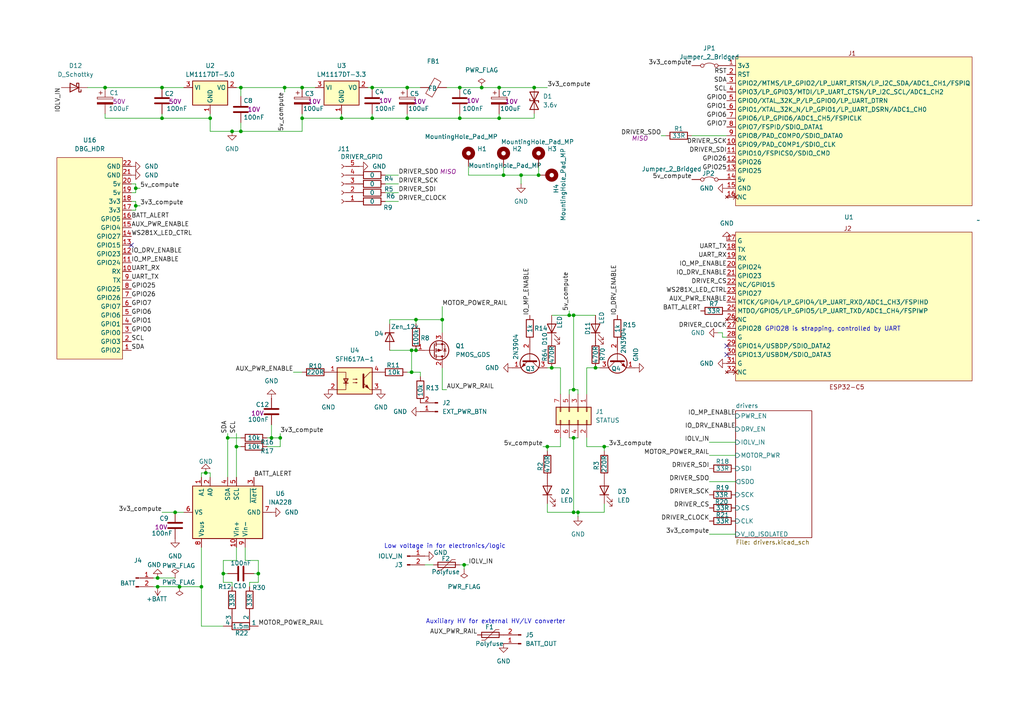
<source format=kicad_sch>
(kicad_sch (version 20250114) (generator "eeschema") (generator_version "9.0")
  (paper "A4")
  (text "Auxiliary HV for external HV/LV converter" (at 143.764 180.34 0) (effects (font (size 1.27 1.27))))
  (text "GPIO28 is strapping, controlled by UART" (at 241.554 95.504 0) (effects (font (size 1.27 1.27))))
  (text "Low voltage in for electronics/logic" (at 129.032 158.496 0) (effects (font (size 1.27 1.27))))
  (junction (at 128.27 92.71))
  (junction (at 166.37 127))
  (junction (at 158.75 129.54))
  (junction (at 99.06 34.29))
  (junction (at 166.37 91.44))
  (junction (at 154.94 25.4))
  (junction (at 39.37 54.61))
  (junction (at 60.96 34.29))
  (junction (at 67.31 38.1))
  (junction (at 160.02 106.68))
  (junction (at 46.99 25.4))
  (junction (at 166.37 113.03))
  (junction (at 39.37 59.69))
  (junction (at 118.11 34.29))
  (junction (at 144.78 25.4))
  (junction (at 69.85 38.1))
  (junction (at 119.38 101.6))
  (junction (at 172.72 106.68))
  (junction (at 133.35 25.4))
  (junction (at 45.72 170.18))
  (junction (at 82.55 25.4))
  (junction (at 134.62 163.83))
  (junction (at 50.8 148.59))
  (junction (at 68.58 129.54))
  (junction (at 119.38 107.95))
  (junction (at 120.65 101.6))
  (junction (at 107.95 25.4))
  (junction (at 64.77 166.37))
  (junction (at 81.28 127))
  (junction (at 59.69 137.16))
  (junction (at 45.72 167.64))
  (junction (at 156.21 50.8))
  (junction (at 46.99 34.29))
  (junction (at 139.7 25.4))
  (junction (at 166.37 148.59))
  (junction (at 87.63 25.4))
  (junction (at 52.07 170.18))
  (junction (at 144.78 34.29))
  (junction (at 87.63 34.29))
  (junction (at 107.95 34.29))
  (junction (at 146.05 50.8))
  (junction (at 120.65 92.71))
  (junction (at 167.64 148.59))
  (junction (at 58.42 170.18))
  (junction (at 78.74 127))
  (junction (at 133.35 34.29))
  (junction (at 69.85 25.4))
  (junction (at 66.04 127))
  (junction (at 118.11 25.4))
  (junction (at 165.1 91.44))
  (junction (at 74.93 166.37))
  (junction (at 151.13 50.8))
  (junction (at 30.48 25.4))
  (junction (at 175.26 129.54))
  (no_connect (at 210.82 100.33))
  (no_connect (at 210.82 102.87))
  (no_connect (at 38.1 71.12))
  (wire (pts (xy 25.4 25.4) (xy 30.48 25.4)))
  (wire (pts (xy 87.63 33.02) (xy 87.63 34.29)))
  (wire (pts (xy 165.1 114.3) (xy 165.1 113.03)))
  (wire (pts (xy 165.1 127) (xy 166.37 127)))
  (wire (pts (xy 170.18 129.54) (xy 175.26 129.54)))
  (wire (pts (xy 111.76 53.34) (xy 115.57 53.34)))
  (wire (pts (xy 205.74 154.94) (xy 213.36 154.94)))
  (wire (pts (xy 111.76 55.88) (xy 115.57 55.88)))
  (wire (pts (xy 133.35 25.4) (xy 139.7 25.4)))
  (wire (pts (xy 154.94 34.29) (xy 144.78 34.29)))
  (wire (pts (xy 162.56 127) (xy 162.56 129.54)))
  (wire (pts (xy 118.11 33.02) (xy 118.11 34.29)))
  (wire (pts (xy 154.94 25.4) (xy 158.75 25.4)))
  (wire (pts (xy 67.31 168.91) (xy 64.77 168.91)))
  (wire (pts (xy 39.37 60.96) (xy 39.37 59.69)))
  (wire (pts (xy 78.74 127) (xy 81.28 127)))
  (wire (pts (xy 107.95 34.29) (xy 118.11 34.29)))
  (wire (pts (xy 66.04 127) (xy 69.85 127)))
  (wire (pts (xy 120.65 92.71) (xy 128.27 92.71)))
  (wire (pts (xy 58.42 158.75) (xy 58.42 170.18)))
  (wire (pts (xy 119.38 107.95) (xy 121.92 107.95)))
  (wire (pts (xy 113.03 101.6) (xy 119.38 101.6)))
  (wire (pts (xy 119.38 107.95) (xy 119.38 101.6)))
  (wire (pts (xy 209.55 96.52) (xy 209.55 97.79)))
  (wire (pts (xy 200.66 39.37) (xy 210.82 39.37)))
  (wire (pts (xy 68.58 129.54) (xy 68.58 138.43)))
  (wire (pts (xy 113.03 92.71) (xy 120.65 92.71)))
  (wire (pts (xy 129.54 113.03) (xy 128.27 113.03)))
  (wire (pts (xy 162.56 129.54) (xy 158.75 129.54)))
  (wire (pts (xy 134.62 163.83) (xy 135.89 163.83)))
  (wire (pts (xy 45.72 167.64) (xy 50.8 167.64)))
  (wire (pts (xy 165.1 113.03) (xy 166.37 113.03)))
  (wire (pts (xy 38.1 55.88) (xy 39.37 55.88)))
  (wire (pts (xy 68.58 125.73) (xy 68.58 129.54)))
  (wire (pts (xy 45.72 170.18) (xy 52.07 170.18)))
  (wire (pts (xy 68.58 162.56) (xy 64.77 162.56)))
  (wire (pts (xy 85.09 107.95) (xy 87.63 107.95)))
  (wire (pts (xy 151.13 53.34) (xy 151.13 50.8)))
  (wire (pts (xy 87.63 34.29) (xy 87.63 38.1)))
  (wire (pts (xy 133.35 163.83) (xy 134.62 163.83)))
  (wire (pts (xy 72.39 170.18) (xy 72.39 168.91)))
  (wire (pts (xy 146.05 50.8) (xy 151.13 50.8)))
  (wire (pts (xy 68.58 25.4) (xy 69.85 25.4)))
  (wire (pts (xy 77.47 127) (xy 78.74 127)))
  (wire (pts (xy 64.77 166.37) (xy 66.04 166.37)))
  (wire (pts (xy 128.27 88.9) (xy 128.27 92.71)))
  (wire (pts (xy 81.28 127) (xy 81.28 125.73)))
  (wire (pts (xy 167.64 114.3) (xy 167.64 113.03)))
  (wire (pts (xy 121.92 109.22) (xy 121.92 107.95)))
  (wire (pts (xy 166.37 91.44) (xy 166.37 113.03)))
  (wire (pts (xy 30.48 34.29) (xy 46.99 34.29)))
  (wire (pts (xy 139.7 25.4) (xy 144.78 25.4)))
  (wire (pts (xy 106.68 25.4) (xy 107.95 25.4)))
  (wire (pts (xy 173.99 106.68) (xy 172.72 106.68)))
  (wire (pts (xy 107.95 25.4) (xy 118.11 25.4)))
  (wire (pts (xy 39.37 58.42) (xy 39.37 59.69)))
  (wire (pts (xy 74.93 168.91) (xy 74.93 166.37)))
  (wire (pts (xy 67.31 38.1) (xy 60.96 38.1)))
  (wire (pts (xy 170.18 127) (xy 170.18 129.54)))
  (wire (pts (xy 135.89 50.8) (xy 146.05 50.8)))
  (wire (pts (xy 39.37 55.88) (xy 39.37 54.61)))
  (wire (pts (xy 205.74 128.27) (xy 213.36 128.27)))
  (wire (pts (xy 125.73 163.83) (xy 123.19 163.83)))
  (wire (pts (xy 58.42 137.16) (xy 58.42 138.43)))
  (wire (pts (xy 167.64 113.03) (xy 166.37 113.03)))
  (wire (pts (xy 99.06 33.02) (xy 99.06 34.29)))
  (wire (pts (xy 82.55 26.67) (xy 82.55 25.4)))
  (wire (pts (xy 81.28 129.54) (xy 81.28 127)))
  (wire (pts (xy 38.1 60.96) (xy 39.37 60.96)))
  (wire (pts (xy 67.31 170.18) (xy 67.31 168.91)))
  (wire (pts (xy 66.04 125.73) (xy 66.04 127)))
  (wire (pts (xy 128.27 106.68) (xy 128.27 113.03)))
  (wire (pts (xy 115.57 58.42) (xy 111.76 58.42)))
  (wire (pts (xy 60.96 38.1) (xy 60.96 34.29)))
  (wire (pts (xy 144.78 25.4) (xy 154.94 25.4)))
  (wire (pts (xy 71.12 162.56) (xy 71.12 158.75)))
  (wire (pts (xy 175.26 146.05) (xy 175.26 148.59)))
  (wire (pts (xy 74.93 166.37) (xy 73.66 166.37)))
  (wire (pts (xy 158.75 146.05) (xy 158.75 148.59)))
  (wire (pts (xy 64.77 168.91) (xy 64.77 166.37)))
  (wire (pts (xy 175.26 129.54) (xy 176.53 129.54)))
  (wire (pts (xy 87.63 25.4) (xy 91.44 25.4)))
  (wire (pts (xy 128.27 92.71) (xy 128.27 96.52)))
  (wire (pts (xy 144.78 34.29) (xy 133.35 34.29)))
  (wire (pts (xy 172.72 106.68) (xy 170.18 106.68)))
  (wire (pts (xy 60.96 33.02) (xy 60.96 34.29)))
  (wire (pts (xy 72.39 168.91) (xy 74.93 168.91)))
  (wire (pts (xy 129.54 25.4) (xy 133.35 25.4)))
  (wire (pts (xy 160.02 91.44) (xy 165.1 91.44)))
  (wire (pts (xy 66.04 127) (xy 66.04 138.43)))
  (wire (pts (xy 118.11 107.95) (xy 119.38 107.95)))
  (wire (pts (xy 120.65 93.98) (xy 120.65 92.71)))
  (wire (pts (xy 111.76 50.8) (xy 115.57 50.8)))
  (wire (pts (xy 69.85 38.1) (xy 87.63 38.1)))
  (wire (pts (xy 134.62 163.83) (xy 134.62 165.1)))
  (wire (pts (xy 158.75 106.68) (xy 160.02 106.68)))
  (wire (pts (xy 82.55 25.4) (xy 87.63 25.4)))
  (wire (pts (xy 74.93 162.56) (xy 74.93 166.37)))
  (wire (pts (xy 205.74 132.08) (xy 213.36 132.08)))
  (wire (pts (xy 60.96 138.43) (xy 60.96 137.16)))
  (wire (pts (xy 50.8 148.59) (xy 53.34 148.59)))
  (wire (pts (xy 209.55 97.79) (xy 210.82 97.79)))
  (wire (pts (xy 46.99 34.29) (xy 46.99 33.02)))
  (wire (pts (xy 166.37 91.44) (xy 172.72 91.44)))
  (wire (pts (xy 167.64 148.59) (xy 167.64 149.86)))
  (wire (pts (xy 44.45 170.18) (xy 45.72 170.18)))
  (wire (pts (xy 133.35 33.02) (xy 133.35 34.29)))
  (wire (pts (xy 118.11 25.4) (xy 121.92 25.4)))
  (wire (pts (xy 205.74 139.7) (xy 213.36 139.7)))
  (wire (pts (xy 68.58 129.54) (xy 69.85 129.54)))
  (wire (pts (xy 113.03 93.98) (xy 113.03 92.71)))
  (wire (pts (xy 119.38 101.6) (xy 120.65 101.6)))
  (wire (pts (xy 165.1 91.44) (xy 166.37 91.44)))
  (wire (pts (xy 78.74 123.19) (xy 78.74 127)))
  (wire (pts (xy 154.94 33.02) (xy 154.94 34.29)))
  (wire (pts (xy 107.95 33.02) (xy 107.95 34.29)))
  (wire (pts (xy 208.28 96.52) (xy 209.55 96.52)))
  (wire (pts (xy 158.75 148.59) (xy 166.37 148.59)))
  (wire (pts (xy 38.1 53.34) (xy 39.37 53.34)))
  (wire (pts (xy 69.85 35.56) (xy 69.85 38.1)))
  (wire (pts (xy 156.21 48.26) (xy 156.21 50.8)))
  (wire (pts (xy 38.1 58.42) (xy 39.37 58.42)))
  (wire (pts (xy 170.18 106.68) (xy 170.18 114.3)))
  (wire (pts (xy 77.47 129.54) (xy 81.28 129.54)))
  (wire (pts (xy 166.37 148.59) (xy 167.64 148.59)))
  (wire (pts (xy 60.96 34.29) (xy 46.99 34.29)))
  (wire (pts (xy 133.35 34.29) (xy 118.11 34.29)))
  (wire (pts (xy 69.85 25.4) (xy 82.55 25.4)))
  (wire (pts (xy 157.48 129.54) (xy 158.75 129.54)))
  (wire (pts (xy 30.48 25.4) (xy 46.99 25.4)))
  (wire (pts (xy 39.37 53.34) (xy 39.37 54.61)))
  (wire (pts (xy 166.37 127) (xy 166.37 148.59)))
  (wire (pts (xy 52.07 170.18) (xy 58.42 170.18)))
  (wire (pts (xy 44.45 167.64) (xy 45.72 167.64)))
  (wire (pts (xy 175.26 148.59) (xy 167.64 148.59)))
  (wire (pts (xy 46.99 25.4) (xy 53.34 25.4)))
  (wire (pts (xy 193.04 39.37) (xy 191.77 39.37)))
  (wire (pts (xy 144.78 33.02) (xy 144.78 34.29)))
  (wire (pts (xy 87.63 34.29) (xy 99.06 34.29)))
  (wire (pts (xy 39.37 54.61) (xy 40.64 54.61)))
  (wire (pts (xy 67.31 38.1) (xy 69.85 38.1)))
  (wire (pts (xy 165.1 90.17) (xy 165.1 91.44)))
  (wire (pts (xy 146.05 48.26) (xy 146.05 50.8)))
  (wire (pts (xy 71.12 162.56) (xy 74.93 162.56)))
  (wire (pts (xy 135.89 48.26) (xy 135.89 50.8)))
  (wire (pts (xy 64.77 162.56) (xy 64.77 166.37)))
  (wire (pts (xy 39.37 59.69) (xy 40.64 59.69)))
  (wire (pts (xy 30.48 33.02) (xy 30.48 34.29)))
  (wire (pts (xy 160.02 106.68) (xy 162.56 106.68)))
  (wire (pts (xy 99.06 34.29) (xy 107.95 34.29)))
  (wire (pts (xy 59.69 137.16) (xy 58.42 137.16)))
  (wire (pts (xy 68.58 158.75) (xy 68.58 162.56)))
  (wire (pts (xy 60.96 137.16) (xy 59.69 137.16)))
  (wire (pts (xy 69.85 25.4) (xy 69.85 27.94)))
  (wire (pts (xy 151.13 50.8) (xy 156.21 50.8)))
  (wire (pts (xy 158.75 129.54) (xy 158.75 130.81)))
  (wire (pts (xy 64.77 181.61) (xy 58.42 181.61)))
  (wire (pts (xy 58.42 181.61) (xy 58.42 170.18)))
  (wire (pts (xy 167.64 127) (xy 166.37 127)))
  (wire (pts (xy 162.56 106.68) (xy 162.56 114.3)))
  (wire (pts (xy 46.99 148.59) (xy 50.8 148.59)))
  (wire (pts (xy 175.26 129.54) (xy 175.26 130.81)))
  (label "3v3_compute" (at 205.74 154.94 180))
  (label "AUX_PWR_ENABLE" (at 210.82 87.63 180))
  (label "SDA" (at 210.82 24.13 180))
  (label "MOTOR_POWER_RAIL" (at 74.93 181.61 0))
  (label "DRIVER_SCK" (at 210.82 41.91 180))
  (label "GPIO0" (at 210.82 29.21 180))
  (label "IO_MP_ENABLE" (at 153.67 91.44 90))
  (label "DRIVER_SDO" (at 205.74 139.7 180))
  (label "5v_compute" (at 157.48 129.54 180))
  (label "IOLV_IN" (at 17.78 25.4 270))
  (label "3v3_compute" (at 176.53 129.54 0))
  (label "MOTOR_POWER_RAIL" (at 205.74 132.08 180))
  (label "DRIVER_SDI" (at 210.82 44.45 180))
  (label "DRIVER_SDI" (at 115.57 55.88 0))
  (label "WS281X_LED_CTRL" (at 38.1 68.58 0))
  (label "BATT_ALERT" (at 203.2 90.17 180))
  (label "BATT_ALERT" (at 73.66 138.43 0))
  (label "UART_TX" (at 210.82 72.39 180))
  (label "DRIVER_SDI" (at 205.74 135.89 180))
  (label "DRIVER_CLOCK" (at 115.57 58.42 0))
  (label "UART_RX" (at 210.82 74.93 180))
  (label "GPIO7" (at 210.82 36.83 180))
  (label "3v3_compute" (at 40.64 59.69 0))
  (label "DRIVER_SCK" (at 115.57 53.34 0))
  (label "5v_compute" (at 200.66 52.07 180))
  (label "IO_MP_ENABLE" (at 38.1 76.2 0))
  (label "IOLV_IN" (at 135.89 163.83 0))
  (label "AUX_PWR_ENABLE" (at 38.1 66.04 0))
  (label "GPIO26" (at 38.1 86.36 0))
  (label "DRIVER_SCK" (at 205.74 143.51 180))
  (label "SCL" (at 38.1 99.06 0))
  (label "IO_DRV_ENABLE" (at 210.82 80.01 180))
  (label "IO_DRV_ENABLE" (at 38.1 73.66 0))
  (label "IO_MP_ENABLE" (at 213.36 120.65 180))
  (label "IOLV_IN" (at 205.74 128.27 180))
  (label "AUX_PWR_ENABLE" (at 85.09 107.95 180))
  (label "5v_compute" (at 40.64 54.61 0))
  (label "GPIO1" (at 210.82 31.75 180))
  (label "SDA" (at 66.04 125.73 90))
  (label "IO_DRV_ENABLE" (at 213.36 124.46 180))
  (label "DRIVER_SDO" (at 191.77 39.37 180) (property "ALT" "MISO" (at 187.96 40.132 0) (effects (font (italic yes)) (justify right))))
  (label "RST" (at 210.82 21.59 180))
  (label "3v3_compute" (at 81.28 125.73 0))
  (label "IO_MP_ENABLE" (at 210.82 77.47 180))
  (label "BATT_ALERT" (at 38.1 63.5 0))
  (label "GPIO6" (at 38.1 91.44 0))
  (label "MOTOR_POWER_RAIL" (at 128.27 88.9 0))
  (label "GPIO26" (at 210.82 46.99 180))
  (label "GPIO1" (at 38.1 93.98 0))
  (label "GPIO25" (at 38.1 83.82 0))
  (label "3v3_compute" (at 158.75 25.4 0))
  (label "UART_TX" (at 38.1 81.28 0))
  (label "SCL" (at 68.58 125.73 90))
  (label "3v3_compute" (at 200.66 19.05 180))
  (label "UART_RX" (at 38.1 78.74 0))
  (label "SCL" (at 210.82 26.67 180))
  (label "3v3_compute" (at 46.99 148.59 180))
  (label "5v_compute" (at 82.55 26.67 270))
  (label "GPIO7" (at 38.1 88.9 0))
  (label "DRIVER_SDO" (at 115.57 50.8 0) (property "ALT" "MISO" (at 127.508 49.784 0) (effects (font (italic yes)) (justify left))))
  (label "AUX_PWR_RAIL" (at 129.54 113.03 0))
  (label "GPIO0" (at 38.1 96.52 0))
  (label "5v_compute" (at 165.1 90.17 90))
  (label "SDA" (at 38.1 101.6 0))
  (label "DRIVER_CS" (at 205.74 147.32 180))
  (label "AUX_PWR_RAIL" (at 138.43 184.15 180))
  (label "GPIO25" (at 210.82 49.53 180))
  (label "IO_DRV_ENABLE" (at 179.07 91.44 90))
  (label "DRIVER_CS" (at 210.82 82.55 180))
  (label "GPIO6" (at 210.82 34.29 180))
  (label "DRIVER_CLOCK" (at 205.74 151.13 180))
  (label "DRIVER_CLOCK" (at 210.82 95.25 180))
  (label "WS281X_LED_CTRL" (at 210.82 85.09 180))
  (symbol (lib_id "RF_Module:ESP32-C5-DevKitC-1") (at 213.36 16.51 0) (unit 1)
    (property "Reference" "U1" (at 244.856 62.992 0) (effects (justify left)))
    (property "Value" "~" (at 283.21 63.881 0) (effects (justify left)))
    (property "Footprint" "RF_Module:ESP32-C5-DevKitC-1-v1.2" (effects (hide yes)))
    (property "Datasheet" "https://docs.espressif.com/projects/esp-dev-kits/en/latest/esp32c5/esp32-c5-devkitc-1/user_guide.html#getting-started" (effects (hide yes)))
    (property "Description" "ESP32 C5 DevKitC-1 v1.2" (effects (hide yes)))
    (property "msrcrt" "NA" (effects (hide yes)))
  )
  (symbol (lib_id "Device:R") (at 67.31 173.99 0) (unit 1)
    (property "Reference" "R12" (at 63.246 170.18 0) (effects (justify left)))
    (property "Value" "33R" (at 67.31 176.022 90) (effects (justify left)))
    (property "Footprint" "Resistor_SMD:R_0805_2012Metric_Pad1.20x1.40mm_HandSolder" (effects (hide yes)))
    (property "Description" "Resistor" (effects (hide yes)))
    (property "msrcrt" "NA" (effects (hide yes)))
  )
  (symbol (lib_id "power:GND") (at 208.28 96.52 270) (unit 1)
    (property "Reference" "#PWR07" (effects (hide yes)))
    (property "Value" "GND" (at 204.47 96.5199 90) (effects (justify right)))
    (property "Description" "Power symbol creates a global label with name \"GND\" , ground" (effects (hide yes)))
  )
  (symbol (lib_id "Device:R") (at 158.75 134.62 0) (unit 1)
    (property "Reference" "R2" (at 156.718 136.652 90) (effects (justify left)))
    (property "Value" "470R" (at 158.75 137.16 90) (effects (justify left)))
    (property "Footprint" "Resistor_THT:R_Axial_DIN0204_L3.6mm_D1.6mm_P1.90mm_Vertical" (effects (hide yes)))
    (property "Description" "Resistor" (effects (hide yes)))
    (property "msrcrt" "NA" (effects (hide yes)))
  )
  (symbol (lib_id "Transistor_BJT:2N3904") (at 153.67 104.14 270) (unit 1)
    (property "Reference" "Q3" (at 152.4 106.934 90) (effects (justify left)))
    (property "Value" "2N3904" (at 149.606 96.774 0) (effects (justify left)))
    (property "Footprint" "Package_TO_SOT_THT:TO-92_Inline_Wide" (effects (hide yes)))
    (property "Datasheet" "https://www.onsemi.com/pub/Collateral/2N3903-D.PDF" (effects (hide yes)))
    (property "Description" "0.2A Ic, 40V Vce, Small Signal NPN Transistor, TO-92" (effects (hide yes)))
    (property "msrcrt" "NA" (effects (hide yes)))
  )
  (symbol (lib_id "Device:C_Polarized") (at 30.48 29.21 0) (unit 1)
    (property "Reference" "C1" (at 31.75 26.924 0) (effects (justify left)))
    (property "Value" "100uF" (at 31.496 31.496 0) (effects (justify left)))
    (property "Footprint" "Capacitor_THT:CP_Radial_D8.0mm_P5.00mm" (effects (hide yes)))
    (property "Description" "Polarized capacitor" (effects (hide yes)))
    (property "V" "50V" (at 34.544 29.464 0))
    (property "msrcrt" "Y" (effects (hide yes)))
  )
  (symbol (lib_id "Transistor_FET:Q_PMOS_GDS") (at 125.73 101.6 0) (mirror x) (unit 1)
    (property "Reference" "Q1" (at 132.08 100.3299 0) (effects (justify left)))
    (property "Value" "PMOS_GDS" (at 132.08 102.8699 0) (effects (justify left)))
    (property "Footprint" "Package_TO_SOT_THT:TO-220-3_Vertical" (effects (hide yes)))
    (property "Description" "P-MOSFET transistor, gate/drain/source" (effects (hide yes)))
    (property "msrcrt" "Y" (effects (hide yes)))
  )
  (symbol (lib_id "Jumper:Jumper_2_Bridged") (at 205.74 52.07 0) (unit 1)
    (property "Reference" "JP2" (at 205.486 50.292 0))
    (property "Value" "Jumper_2_Bridged" (at 194.818 49.022 0))
    (property "Footprint" "Connector_PinSocket_2.54mm:PinSocket_1x02_P2.54mm_Vertical" (effects (hide yes)))
    (property "Description" "Jumper, 2-pole, closed/bridged" (effects (hide yes)))
    (property "msrcrt" "N" (effects (hide yes)))
  )
  (symbol (lib_id "Device:R") (at 107.95 58.42 270) (mirror x) (unit 1)
    (property "Reference" "R9" (at 112.522 60.198 90))
    (property "Value" "0" (at 107.95 58.42 90))
    (property "Footprint" "Jumper:SolderJumper-2_P1.3mm_Open_Pad1.0x1.5mm" (effects (hide yes)))
    (property "Description" "Resistor" (effects (hide yes)))
    (property "msrcrt" "NA" (effects (hide yes)))
  )
  (symbol (lib_id "power:GND") (at 38.1 50.8 90) (unit 1)
    (property "Reference" "#PWR044" (effects (hide yes)))
    (property "Value" "GND" (at 41.91 50.7999 90) (effects (justify right)))
    (property "Description" "Power symbol creates a global label with name \"GND\" , ground" (effects (hide yes)))
  )
  (symbol (lib_id "Connector:Conn_01x02_Pin") (at 151.13 186.69 180) (unit 1)
    (property "Reference" "J5" (at 152.4 184.1499 0) (effects (justify right)))
    (property "Value" "BATT_OUT" (at 152.4 186.6899 0) (effects (justify right)))
    (property "Footprint" "Connector_PinSocket_2.54mm:PinSocket_1x02_P2.54mm_Vertical" (effects (hide yes)))
    (property "Description" "Generic connector, single row, 01x02, script generated" (effects (hide yes)))
    (property "msrcrt" "NA" (effects (hide yes)))
  )
  (symbol (lib_id "Mechanical:MountingHole_Pad_MP") (at 158.75 50.8 270) (unit 1) (in_bom no)
    (property "Reference" "H4" (at 161.2901 53.34 0) (effects (justify left)))
    (property "Value" "MountingHole_Pad_MP" (at 163.322 42.926 0) (effects (justify left)))
    (property "Footprint" "MountingHole:MountingHole_4.3mm_M4_ISO7380" (effects (hide yes)))
    (property "Description" "Mounting Hole with connection as pad named MP" (effects (hide yes)))
  )
  (symbol (lib_id "Device:Polyfuse") (at 129.54 163.83 90) (unit 1)
    (property "Reference" "F2" (at 129.286 162.052 90))
    (property "Value" "Polyfuse" (at 129.286 165.862 90))
    (property "Footprint" "Varistor:RV_Disc_D9mm_W5.2mm_P5mm" (effects (hide yes)))
    (property "Description" "Resettable fuse, polymeric positive temperature coefficient" (effects (hide yes)))
    (property "msrcrt" "N" (effects (hide yes)))
  )
  (symbol (lib_id "Device:C") (at 46.99 29.21 0) (unit 1)
    (property "Reference" "C2" (at 47.752 27.178 0) (effects (justify left)))
    (property "Value" "100nF" (at 48.26 31.496 0) (effects (justify left)))
    (property "Footprint" "Capacitor_SMD:C_1206_3216Metric_Pad1.33x1.80mm_HandSolder" (effects (hide yes)))
    (property "Description" "Unpolarized capacitor" (effects (hide yes)))
    (property "V" "50V" (at 50.8 29.464 0))
    (property "msrcrt" "NA" (effects (hide yes)))
  )
  (symbol (lib_id "power:+BATT") (at 45.72 170.18 180) (unit 1)
    (property "Reference" "#PWR020" (effects (hide yes)))
    (property "Value" "+BATT" (at 45.466 173.736 0))
    (property "Description" "Power symbol creates a global label with name \"+BATT\"" (effects (hide yes)))
  )
  (symbol (lib_id "Device:R") (at 209.55 135.89 90) (unit 1)
    (property "Reference" "R18" (at 209.55 133.858 90))
    (property "Value" "33R" (at 209.55 135.89 90))
    (property "Footprint" "Resistor_SMD:R_0805_2012Metric_Pad1.20x1.40mm_HandSolder" (effects (hide yes)))
    (property "Description" "Resistor" (effects (hide yes)))
    (property "msrcrt" "NA" (effects (hide yes)))
  )
  (symbol (lib_id "Device:R") (at 196.85 39.37 90) (unit 1)
    (property "Reference" "R1" (at 196.85 37.338 90))
    (property "Value" "33R" (at 196.85 39.37 90))
    (property "Footprint" "Resistor_SMD:R_0805_2012Metric_Pad1.20x1.40mm_HandSolder" (effects (hide yes)))
    (property "Description" "Resistor" (effects (hide yes)))
    (property "msrcrt" "NA" (effects (hide yes)))
  )
  (symbol (lib_id "Device:D_Schottky") (at 21.59 25.4 180) (unit 1)
    (property "Reference" "D12" (at 21.9075 19.05 0))
    (property "Value" "D_Schottky" (at 21.9075 21.59 0))
    (property "Footprint" "Diode_THT:D_DO-201AD_P5.08mm_Vertical_KathodeUp" (effects (hide yes)))
    (property "Description" "Schottky diode" (effects (hide yes)))
    (property "msrcrt" "N" (effects (hide yes)))
  )
  (symbol (lib_id "Jumper:Jumper_2_Bridged") (at 205.74 19.05 0) (unit 1)
    (property "Reference" "JP1" (at 205.74 13.97 0))
    (property "Value" "Jumper_2_Bridged" (at 205.74 16.51 0))
    (property "Footprint" "Connector_PinSocket_2.54mm:PinSocket_1x02_P2.54mm_Vertical" (effects (hide yes)))
    (property "Description" "Jumper, 2-pole, closed/bridged" (effects (hide yes)))
    (property "msrcrt" "N" (effects (hide yes)))
  )
  (symbol (lib_id "power:GND") (at 210.82 105.41 270) (unit 1)
    (property "Reference" "#PWR08" (effects (hide yes)))
    (property "Value" "GND" (at 207.01 105.4099 90) (effects (justify right)))
    (property "Description" "Power symbol creates a global label with name \"GND\" , ground" (effects (hide yes)))
  )
  (symbol (lib_id "power:PWR_FLAG") (at 139.7 25.4 0) (unit 1)
    (property "Reference" "#FLG01" (effects (hide yes)))
    (property "Value" "PWR_FLAG" (at 139.7 20.32 0))
    (property "Description" "Special symbol for telling ERC where power comes from" (effects (hide yes)))
  )
  (symbol (lib_id "power:GND") (at 210.82 69.85 180) (unit 1)
    (property "Reference" "#PWR04" (effects (hide yes)))
    (property "Value" "GND" (at 210.82 64.77 0))
    (property "Description" "Power symbol creates a global label with name \"GND\" , ground" (effects (hide yes)))
  )
  (symbol (lib_id "Mechanical:MountingHole_Pad_MP") (at 146.05 45.72 0) (unit 1) (in_bom no)
    (property "Reference" "H2" (at 148.59 43.1799 0) (effects (justify left)))
    (property "Value" "MountingHole_Pad_MP" (at 135.89 48.006 0) (effects (justify left)))
    (property "Footprint" "MountingHole:MountingHole_4.3mm_M4_ISO7380" (effects (hide yes)))
    (property "Description" "Mounting Hole with connection as pad named MP" (effects (hide yes)))
  )
  (symbol (lib_id "Device:R") (at 209.55 147.32 90) (unit 1)
    (property "Reference" "R20" (at 209.296 145.542 90))
    (property "Value" "33R" (at 209.55 147.32 90))
    (property "Footprint" "Resistor_SMD:R_0805_2012Metric_Pad1.20x1.40mm_HandSolder" (effects (hide yes)))
    (property "Description" "Resistor" (effects (hide yes)))
    (property "msrcrt" "NA" (effects (hide yes)))
  )
  (symbol (lib_id "power:GND") (at 78.74 148.59 90) (unit 1)
    (property "Reference" "#PWR015" (effects (hide yes)))
    (property "Value" "GND" (at 82.55 148.5899 90) (effects (justify right)))
    (property "Description" "Power symbol creates a global label with name \"GND\" , ground" (effects (hide yes)))
  )
  (symbol (lib_id "Device:R") (at 107.95 55.88 270) (mirror x) (unit 1)
    (property "Reference" "R6" (at 113.284 56.896 90))
    (property "Value" "0" (at 107.95 55.88 90))
    (property "Footprint" "Jumper:SolderJumper-2_P1.3mm_Open_Pad1.0x1.5mm" (effects (hide yes)))
    (property "Description" "Resistor" (effects (hide yes)))
    (property "msrcrt" "NA" (effects (hide yes)))
  )
  (symbol (lib_id "Device:C_Polarized") (at 144.78 29.21 0) (unit 1)
    (property "Reference" "C7" (at 145.542 27.178 0) (effects (justify left)))
    (property "Value" "100uF" (at 145.034 31.496 0) (effects (justify left)))
    (property "Footprint" "Capacitor_THT:CP_Radial_D6.3mm_P2.50mm" (effects (hide yes)))
    (property "Description" "Polarized capacitor" (effects (hide yes)))
    (property "V" "10V" (at 148.336 29.464 0))
    (property "msrcrt" "Y" (effects (hide yes)))
  )
  (symbol (lib_id "Device:R") (at 209.55 143.51 90) (unit 1)
    (property "Reference" "R19" (at 209.55 141.478 90))
    (property "Value" "33R" (at 209.296 143.51 90))
    (property "Footprint" "Resistor_SMD:R_0805_2012Metric_Pad1.20x1.40mm_HandSolder" (effects (hide yes)))
    (property "Description" "Resistor" (effects (hide yes)))
    (property "msrcrt" "NA" (effects (hide yes)))
  )
  (symbol (lib_id "Device:R") (at 175.26 134.62 0) (unit 1)
    (property "Reference" "R3" (at 172.974 136.398 90) (effects (justify left)))
    (property "Value" "220R" (at 175.26 137.16 90) (effects (justify left)))
    (property "Footprint" "Resistor_THT:R_Axial_DIN0204_L3.6mm_D1.6mm_P1.90mm_Vertical" (effects (hide yes)))
    (property "Description" "Resistor" (effects (hide yes)))
    (property "msrcrt" "NA" (effects (hide yes)))
  )
  (symbol (lib_id "Device:R_Shunt") (at 69.85 181.61 270) (mirror x) (unit 1)
    (property "Reference" "R22" (at 70.104 183.642 90))
    (property "Value" "1.5m" (at 69.85 181.61 90))
    (property "Footprint" "Resistor_SMD:R_Shunt_Vishay_WSKW0612" (effects (hide yes)))
    (property "Description" "Shunt resistor" (effects (hide yes)))
    (property "msrcrt" "NA" (effects (hide yes)))
  )
  (symbol (lib_id "Connector:Conn_01x05_Socket") (at 99.06 53.34 180) (unit 1)
    (property "Reference" "J11" (at 99.695 43.18 0))
    (property "Value" "DRIVER_GPIO" (at 104.902 45.466 0))
    (property "Footprint" "Connector_PinSocket_2.54mm:PinSocket_1x05_P2.54mm_Vertical" (effects (hide yes)))
    (property "Description" "Generic connector, single row, 01x05, script generated" (effects (hide yes)))
    (property "msrcrt" "NA" (effects (hide yes)))
  )
  (symbol (lib_id "Device:R") (at 73.66 127 90) (unit 1)
    (property "Reference" "R16" (at 77.47 128.27 90))
    (property "Value" "10k" (at 73.66 127 90))
    (property "Footprint" "Resistor_SMD:R_0805_2012Metric_Pad1.20x1.40mm_HandSolder" (effects (hide yes)))
    (property "Description" "Resistor" (effects (hide yes)))
    (property "msrcrt" "NA" (effects (hide yes)))
  )
  (symbol (lib_id "power:GND") (at 50.8 156.21 0) (unit 1)
    (property "Reference" "#PWR016" (effects (hide yes)))
    (property "Value" "GND" (at 50.8 161.29 0))
    (property "Description" "Power symbol creates a global label with name \"GND\" , ground" (effects (hide yes)))
  )
  (symbol (lib_id "power:GND") (at 78.74 115.57 180) (unit 1)
    (property "Reference" "#PWR09" (effects (hide yes)))
    (property "Value" "GND" (at 78.74 110.49 0))
    (property "Description" "Power symbol creates a global label with name \"GND\" , ground" (effects (hide yes)))
  )
  (symbol (lib_id "Device:R") (at 107.95 50.8 270) (mirror x) (unit 1)
    (property "Reference" "R4" (at 112.776 51.816 90))
    (property "Value" "0" (at 107.95 50.8 90))
    (property "Footprint" "Jumper:SolderJumper-2_P1.3mm_Open_Pad1.0x1.5mm" (effects (hide yes)))
    (property "Description" "Resistor" (effects (hide yes)))
    (property "msrcrt" "NA" (effects (hide yes)))
  )
  (symbol (lib_id "Device:D_TVS") (at 154.94 29.21 90) (unit 1)
    (property "Reference" "D1" (at 157.48 27.9399 90) (effects (justify right)))
    (property "Value" "3.6v" (at 157.48 30.4799 90) (effects (justify right)))
    (property "Footprint" "Diode_THT:D_DO-41_SOD81_P2.54mm_Vertical_AnodeUp" (effects (hide yes)))
    (property "Description" "Bidirectional transient-voltage-suppression diode" (effects (hide yes)))
    (property "msrcrt" "NA" (effects (hide yes)))
  )
  (symbol (lib_id "Device:R") (at 207.01 90.17 270) (mirror x) (unit 1)
    (property "Reference" "R7" (at 207.01 88.138 90))
    (property "Value" "33R" (at 207.01 90.17 90))
    (property "Footprint" "Resistor_SMD:R_0805_2012Metric_Pad1.20x1.40mm_HandSolder" (effects (hide yes)))
    (property "Description" "Resistor" (effects (hide yes)))
    (property "msrcrt" "NA" (effects (hide yes)))
  )
  (symbol (lib_id "Mechanical:MountingHole_Pad_MP") (at 135.89 45.72 0) (unit 1) (in_bom no)
    (property "Reference" "H1" (at 138.43 43.1799 0) (effects (justify left)))
    (property "Value" "MountingHole_Pad_MP" (at 123.19 39.624 0) (effects (justify left)))
    (property "Footprint" "MountingHole:MountingHole_4.3mm_M4_ISO7380" (effects (hide yes)))
    (property "Description" "Mounting Hole with connection as pad named MP" (effects (hide yes)))
  )
  (symbol (lib_id "Device:R") (at 121.92 113.03 0) (unit 1)
    (property "Reference" "R13" (at 123.444 112.522 0) (effects (justify left)))
    (property "Value" "10k" (at 121.92 115.062 90) (effects (justify left)))
    (property "Footprint" "Resistor_SMD:R_0805_2012Metric_Pad1.20x1.40mm_HandSolder" (effects (hide yes)))
    (property "Description" "Resistor" (effects (hide yes)))
    (property "msrcrt" "NA" (effects (hide yes)))
  )
  (symbol (lib_id "power:PWR_FLAG") (at 50.8 167.64 0) (unit 1)
    (property "Reference" "#FLG02" (effects (hide yes)))
    (property "Value" "PWR_FLAG" (at 51.816 164.084 0))
    (property "Description" "Special symbol for telling ERC where power comes from" (effects (hide yes)))
  )
  (symbol (lib_id "Device:FerriteBead") (at 125.73 25.4 90) (unit 1)
    (property "Reference" "FB1" (at 125.6792 17.78 90))
    (property "Value" "FB" (at 125.476 25.654 90))
    (property "Footprint" "Inductor_SMD:L_1210_3225Metric_Pad1.42x2.65mm_HandSolder" (effects (hide yes)))
    (property "Description" "Ferrite bead" (effects (hide yes)))
    (property "msrcrt" "NA" (effects (hide yes)))
  )
  (symbol (lib_id "power:GND") (at 104.14 48.26 90) (unit 1)
    (property "Reference" "#PWR012" (effects (hide yes)))
    (property "Value" "GND" (at 107.95 48.2599 90) (effects (justify right)))
    (property "Description" "Power symbol creates a global label with name \"GND\" , ground" (effects (hide yes)))
  )
  (symbol (lib_id "Device:C") (at 69.85 166.37 90) (unit 1)
    (property "Reference" "C10" (at 69.596 169.926 90))
    (property "Value" "100nF" (at 69.85 163.322 90))
    (property "Footprint" "Capacitor_SMD:C_1206_3216Metric_Pad1.33x1.80mm_HandSolder" (effects (hide yes)))
    (property "Description" "Unpolarized capacitor" (effects (hide yes)))
    (property "msrcrt" "NA" (effects (hide yes)))
  )
  (symbol (lib_id "Device:C") (at 50.8 152.4 0) (unit 1)
    (property "Reference" "C9" (at 46.228 150.368 0) (effects (justify left)))
    (property "Value" "100nF" (at 43.942 154.686 0) (effects (justify left)))
    (property "Footprint" "Capacitor_SMD:C_0805_2012Metric_Pad1.18x1.45mm_HandSolder" (effects (hide yes)))
    (property "Description" "Unpolarized capacitor" (effects (hide yes)))
    (property "V" "10V" (at 46.736 152.908 0))
    (property "msrcrt" "NA" (effects (hide yes)))
  )
  (symbol (lib_id "Device:Polyfuse") (at 142.24 184.15 90) (unit 1)
    (property "Reference" "F1" (at 141.986 181.864 90))
    (property "Value" "Polyfuse" (at 141.986 186.69 90))
    (property "Footprint" "Varistor:RV_Disc_D9mm_W5.2mm_P5mm" (effects (hide yes)))
    (property "Description" "Resettable fuse, polymeric positive temperature coefficient" (effects (hide yes)))
    (property "msrcrt" "N" (effects (hide yes)))
  )
  (symbol (lib_name "DBG_GPIO_1") (lib_id "Connector:DBG_GPIO") (at 35.56 45.72 0) (mirror y) (unit 1) (in_bom no)
    (property "Reference" "U16" (at 26.035 40.64 0))
    (property "Value" "DBG_HDR" (at 26.035 43.18 0))
    (property "Footprint" "Connector_PinSocket_2.54mm:PinSocket_2x11_P2.54mm_Vertical" (effects (hide yes)))
  )
  (symbol (lib_id "Device:C") (at 78.74 119.38 0) (unit 1)
    (property "Reference" "C12" (at 74.168 117.348 0) (effects (justify left)))
    (property "Value" "100nF" (at 71.882 121.666 0) (effects (justify left)))
    (property "Footprint" "Capacitor_SMD:C_0805_2012Metric_Pad1.18x1.45mm_HandSolder" (effects (hide yes)))
    (property "Description" "Unpolarized capacitor" (effects (hide yes)))
    (property "V" "10V" (at 74.676 119.888 0))
    (property "msrcrt" "NA" (effects (hide yes)))
  )
  (symbol (lib_id "Connector_Generic:Conn_02x04_Odd_Even") (at 167.64 119.38 270) (unit 1)
    (property "Reference" "J1" (at 172.72 119.3799 90) (effects (justify left)))
    (property "Value" "STATUS" (at 172.72 121.9199 90) (effects (justify left)))
    (property "Footprint" "Connector_PinSocket_2.54mm:PinSocket_2x04_P2.54mm_Vertical" (effects (hide yes)))
    (property "Description" "Generic connector, double row, 02x04, odd/even pin numbering scheme (row 1 odd numbers, row 2 even numbers), script generated (kicad-library-utils/schlib/autogen/connector/)" (effects (hide yes)))
    (property "msrcrt" "NA" (effects (hide yes)))
  )
  (symbol (lib_id "Device:C") (at 133.35 29.21 0) (unit 1)
    (property "Reference" "C6" (at 134.112 26.67 0) (effects (justify left)))
    (property "Value" "100nF" (at 134.112 31.496 0) (effects (justify left)))
    (property "Footprint" "Capacitor_SMD:C_0805_2012Metric_Pad1.18x1.45mm_HandSolder" (effects (hide yes)))
    (property "Description" "Unpolarized capacitor" (effects (hide yes)))
    (property "V" "10V" (at 137.16 29.21 0))
    (property "msrcrt" "NA" (effects (hide yes)))
  )
  (symbol (lib_id "Device:C_Polarized") (at 118.11 29.21 0) (unit 1)
    (property "Reference" "C5" (at 118.872 27.178 0) (effects (justify left)))
    (property "Value" "100uF" (at 118.364 31.496 0) (effects (justify left)))
    (property "Footprint" "Capacitor_THT:CP_Radial_D6.3mm_P2.50mm" (effects (hide yes)))
    (property "Description" "Polarized capacitor" (effects (hide yes)))
    (property "V" "10V" (at 121.666 29.464 0))
    (property "msrcrt" "Y" (effects (hide yes)))
  )
  (symbol (lib_id "power:GND") (at 110.49 113.03 0) (unit 1)
    (property "Reference" "#PWR011" (effects (hide yes)))
    (property "Value" "GND" (at 110.49 118.11 0))
    (property "Description" "Power symbol creates a global label with name \"GND\" , ground" (effects (hide yes)))
  )
  (symbol (lib_id "power:GND") (at 59.69 137.16 180) (unit 1)
    (property "Reference" "#PWR014" (effects (hide yes)))
    (property "Value" "GND" (at 59.69 133.858 0))
    (property "Description" "Power symbol creates a global label with name \"GND\" , ground" (effects (hide yes)))
  )
  (symbol (lib_id "power:GND") (at 210.82 54.61 270) (unit 1)
    (property "Reference" "#PWR03" (effects (hide yes)))
    (property "Value" "GND" (at 207.01 54.6099 90) (effects (justify right)))
    (property "Description" "Power symbol creates a global label with name \"GND\" , ground" (effects (hide yes)))
  )
  (symbol (lib_id "Device:R") (at 153.67 95.25 0) (unit 1)
    (property "Reference" "R14" (at 154.94 95.25 0) (effects (justify left)))
    (property "Value" "1k" (at 153.67 96.52 90) (effects (justify left)))
    (property "Footprint" "Resistor_THT:R_Axial_DIN0204_L3.6mm_D1.6mm_P1.90mm_Vertical" (effects (hide yes)))
    (property "Description" "Resistor" (effects (hide yes)))
    (property "msrcrt" "NA" (effects (hide yes)))
  )
  (symbol (lib_id "power:GND") (at 146.05 186.69 0) (unit 1)
    (property "Reference" "#PWR021" (effects (hide yes)))
    (property "Value" "GND" (at 146.05 191.77 0))
    (property "Description" "Power symbol creates a global label with name \"GND\" , ground" (effects (hide yes)))
  )
  (symbol (lib_id "power:GND") (at 148.59 106.68 270) (unit 1)
    (property "Reference" "#PWR043" (effects (hide yes)))
    (property "Value" "GND" (at 144.78 106.6799 90) (effects (justify right)))
    (property "Description" "Power symbol creates a global label with name \"GND\" , ground" (effects (hide yes)))
  )
  (symbol (lib_id "power:GND") (at 121.92 119.38 270) (unit 1)
    (property "Reference" "#PWR013" (effects (hide yes)))
    (property "Value" "GND" (at 118.11 119.3799 90) (effects (justify right)))
    (property "Description" "Power symbol creates a global label with name \"GND\" , ground" (effects (hide yes)))
  )
  (symbol (lib_id "power:PWR_FLAG") (at 52.07 170.18 180) (unit 1)
    (property "Reference" "#FLG03" (effects (hide yes)))
    (property "Value" "PWR_FLAG" (at 51.816 168.91 0))
    (property "Description" "Special symbol for telling ERC where power comes from" (effects (hide yes)))
  )
  (symbol (lib_id "Device:R") (at 120.65 97.79 0) (unit 1)
    (property "Reference" "R8" (at 121.92 98.044 0) (effects (justify left)))
    (property "Value" "100k" (at 120.65 100.33 90) (effects (justify left)))
    (property "Footprint" "Resistor_SMD:R_0805_2012Metric_Pad1.20x1.40mm_HandSolder" (effects (hide yes)))
    (property "Description" "Resistor" (effects (hide yes)))
    (property "msrcrt" "NA" (effects (hide yes)))
  )
  (symbol (lib_id "power:GND") (at 67.31 38.1 0) (unit 1)
    (property "Reference" "#PWR01" (effects (hide yes)))
    (property "Value" "GND" (at 67.31 43.18 0))
    (property "Description" "Power symbol creates a global label with name \"GND\" , ground" (effects (hide yes)))
  )
  (symbol (lib_id "Regulator_Linear:LM1117DT-5.0") (at 60.96 25.4 0) (unit 1)
    (property "Reference" "U2" (at 60.96 19.05 0))
    (property "Value" "LM1117DT-5.0" (at 60.96 21.59 0))
    (property "Footprint" "Package_TO_SOT_THT:TO-220-3_Vertical" (effects (hide yes)))
    (property "Datasheet" "http://www.ti.com/lit/ds/symlink/lm1117.pdf" (effects (hide yes)))
    (property "Description" "800mA Low-Dropout Linear Regulator, 5.0V fixed output, TO-252" (effects (hide yes)))
    (property "msrcrt" "Y" (effects (hide yes)))
  )
  (symbol (lib_id "Device:R") (at 72.39 173.99 0) (unit 1)
    (property "Reference" "R30" (at 73.152 170.434 0) (effects (justify left)))
    (property "Value" "33R" (at 72.39 176.022 90) (effects (justify left)))
    (property "Footprint" "Resistor_SMD:R_0805_2012Metric_Pad1.20x1.40mm_HandSolder" (effects (hide yes)))
    (property "Description" "Resistor" (effects (hide yes)))
    (property "msrcrt" "NA" (effects (hide yes)))
  )
  (symbol (lib_id "Device:C_Polarized") (at 87.63 29.21 0) (unit 1)
    (property "Reference" "C3" (at 88.392 27.178 0) (effects (justify left)))
    (property "Value" "100uF" (at 87.884 31.496 0) (effects (justify left)))
    (property "Footprint" "Capacitor_THT:CP_Radial_D6.3mm_P2.50mm" (effects (hide yes)))
    (property "Description" "Polarized capacitor" (effects (hide yes)))
    (property "V" "10V" (at 91.186 29.464 0))
    (property "msrcrt" "Y" (effects (hide yes)))
  )
  (symbol (lib_id "Device:R") (at 107.95 53.34 270) (mirror x) (unit 1)
    (property "Reference" "R5" (at 112.776 54.864 90))
    (property "Value" "0" (at 107.95 53.34 90))
    (property "Footprint" "Jumper:SolderJumper-2_P1.3mm_Open_Pad1.0x1.5mm" (effects (hide yes)))
    (property "Description" "Resistor" (effects (hide yes)))
    (property "msrcrt" "NA" (effects (hide yes)))
  )
  (symbol (lib_id "Device:R") (at 73.66 129.54 90) (unit 1)
    (property "Reference" "R17" (at 77.47 130.81 90))
    (property "Value" "10k" (at 73.66 129.54 90))
    (property "Footprint" "Resistor_SMD:R_0805_2012Metric_Pad1.20x1.40mm_HandSolder" (effects (hide yes)))
    (property "Description" "Resistor" (effects (hide yes)))
    (property "msrcrt" "NA" (effects (hide yes)))
  )
  (symbol (lib_id "Connector:Conn_01x02_Pin") (at 127 119.38 180) (unit 1)
    (property "Reference" "J2" (at 128.27 116.8399 0) (effects (justify right)))
    (property "Value" "EXT_PWR_BTN" (at 128.27 119.3799 0) (effects (justify right)))
    (property "Footprint" "Connector_PinHeader_2.54mm:PinHeader_1x02_P2.54mm_Vertical" (effects (hide yes)))
    (property "Description" "Generic connector, single row, 01x02, script generated" (effects (hide yes)))
    (property "msrcrt" "NA" (effects (hide yes)))
  )
  (symbol (lib_id "Connector:Conn_01x02_Pin") (at 39.37 167.64 0) (unit 1)
    (property "Reference" "J4" (at 40.005 162.56 0))
    (property "Value" "BATT" (at 37.084 169.164 0))
    (property "Footprint" "Connector:BATT_CONNECTOR" (effects (hide yes)))
    (property "Description" "Generic connector, single row, 01x02, script generated" (effects (hide yes)))
    (property "msrcrt" "NA" (effects (hide yes)))
  )
  (symbol (lib_id "Device:LED") (at 158.75 142.24 90) (unit 1)
    (property "Reference" "D2" (at 162.56 142.5574 90) (effects (justify right)))
    (property "Value" "LED" (at 162.56 145.0974 90) (effects (justify right)))
    (property "Footprint" "LED_THT:LED_D3.0mm" (effects (hide yes)))
    (property "Description" "Light emitting diode" (effects (hide yes)))
    (property "Sim.Pins" "1=K 2=A" (effects (hide yes)))
    (property "msrcrt" "Y" (effects (hide yes)))
  )
  (symbol (lib_id "power:GND") (at 45.72 167.64 180) (unit 1)
    (property "Reference" "#PWR019" (effects (hide yes)))
    (property "Value" "GND" (at 42.672 163.83 0) (effects (justify right)))
    (property "Description" "Power symbol creates a global label with name \"GND\" , ground" (effects (hide yes)))
  )
  (symbol (lib_id "Device:D_Zener") (at 113.03 97.79 90) (mirror x) (unit 1)
    (property "Reference" "D4" (at 111.252 96.774 90) (effects (justify left)))
    (property "Value" "Zen_12v" (at 121.412 94.742 90) (effects (justify left)))
    (property "Footprint" "Diode_THT:D_DO-41_SOD81_P2.54mm_Vertical_AnodeUp" (effects (hide yes)))
    (property "Description" "Zener diode" (effects (hide yes)))
    (property "V" "12V" (effects (hide yes)))
    (property "msrcrt" "N" (effects (hide yes)))
  )
  (symbol (lib_id "Device:R") (at 91.44 107.95 90) (unit 1)
    (property "Reference" "R10" (at 91.44 106.172 90))
    (property "Value" "220R" (at 91.44 107.95 90))
    (property "Footprint" "Resistor_THT:R_Axial_DIN0204_L3.6mm_D1.6mm_P1.90mm_Vertical" (effects (hide yes)))
    (property "Description" "Resistor" (effects (hide yes)))
    (property "msrcrt" "NA" (effects (hide yes)))
  )
  (symbol (lib_id "Connector:Conn_01x02_Pin") (at 118.11 161.29 0) (unit 1)
    (property "Reference" "J3" (at 116.84 163.8301 0) (effects (justify right)))
    (property "Value" "IOLV_IN" (at 116.84 161.2901 0) (effects (justify right)))
    (property "Footprint" "Connector_PinHeader_2.54mm:PinHeader_1x02_P2.54mm_Vertical" (effects (hide yes)))
    (property "Description" "Generic connector, single row, 01x02, script generated" (effects (hide yes)))
    (property "msrcrt" "NA" (effects (hide yes)))
  )
  (symbol (lib_id "power:GND") (at 123.19 161.29 90) (unit 1)
    (property "Reference" "#PWR017" (effects (hide yes)))
    (property "Value" "GND" (at 125.73 160.274 90) (effects (justify right)))
    (property "Description" "Power symbol creates a global label with name \"GND\" , ground" (effects (hide yes)))
  )
  (symbol (lib_id "Mechanical:MountingHole_Pad_MP") (at 156.21 45.72 0) (unit 1) (in_bom no)
    (property "Reference" "H3" (at 158.75 43.1799 0) (effects (justify left)))
    (property "Value" "MountingHole_Pad_MP" (at 145.288 41.148 0) (effects (justify left)))
    (property "Footprint" "MountingHole:MountingHole_4.3mm_M4_ISO7380" (effects (hide yes)))
    (property "Description" "Mounting Hole with connection as pad named MP" (effects (hide yes)))
  )
  (symbol (lib_id "Isolator:SFH617A-1") (at 102.87 110.49 0) (unit 1)
    (property "Reference" "U4" (at 102.87 101.6 0))
    (property "Value" "SFH617A-1" (at 102.87 104.14 0))
    (property "Footprint" "Package_DIP:DIP-4_W7.62mm" (effects (hide yes)))
    (property "Datasheet" "http://www.vishay.com/docs/83740/sfh617a.pdf" (effects (hide yes)))
    (property "Description" "Optocoupler, Phototransistor Output, 5300 VRMS, VCEO 70V, CTR% 40-80, -55 to +110 degree Celsius, UL, BSI, FIMKO, cUL, THT PDIP-4" (effects (hide yes)))
    (property "msrcrt" "Y" (effects (hide yes)))
  )
  (symbol (lib_id "Device:R") (at 179.07 95.25 0) (unit 1)
    (property "Reference" "R15" (at 180.594 94.234 0) (effects (justify left)))
    (property "Value" "1k" (at 179.07 96.52 90) (effects (justify left)))
    (property "Footprint" "Resistor_THT:R_Axial_DIN0204_L3.6mm_D1.6mm_P1.90mm_Vertical" (effects (hide yes)))
    (property "Description" "Resistor" (effects (hide yes)))
    (property "msrcrt" "NA" (effects (hide yes)))
  )
  (symbol (lib_id "power:GND") (at 38.1 48.26 90) (unit 1)
    (property "Reference" "#PWR02" (effects (hide yes)))
    (property "Value" "GND" (at 41.91 48.2599 90) (effects (justify right)))
    (property "Description" "Power symbol creates a global label with name \"GND\" , ground" (effects (hide yes)))
  )
  (symbol (lib_id "power:GND") (at 151.13 53.34 0) (unit 1)
    (property "Reference" "#PWR06" (effects (hide yes)))
    (property "Value" "GND" (at 151.13 58.42 0))
    (property "Description" "Power symbol creates a global label with name \"GND\" , ground" (effects (hide yes)))
  )
  (symbol (lib_id "Device:LED") (at 172.72 95.25 90) (unit 1)
    (property "Reference" "D11" (at 170.434 95.25 0))
    (property "Value" "LED" (at 174.498 92.202 0))
    (property "Footprint" "LED_THT:LED_D3.0mm" (effects (hide yes)))
    (property "Description" "Light emitting diode" (effects (hide yes)))
    (property "Sim.Pins" "1=K 2=A" (effects (hide yes)))
    (property "msrcrt" "Y" (effects (hide yes)))
  )
  (symbol (lib_id "Sensor_Energy:INA228") (at 66.04 148.59 90) (unit 1)
    (property "Reference" "U6" (at 81.28 143.1446 90))
    (property "Value" "INA228" (at 81.28 145.6846 90))
    (property "Footprint" "Package_SO:VSSOP-10_3x3mm_P0.5mm" (effects (hide yes)))
    (property "Datasheet" "https://www.ti.com/lit/ds/symlink/ina228.pdf" (effects (hide yes)))
    (property "Description" "High-Side or Low-Side Measurement, Bi-Directional Current and Power Monitor (0-85V) with I2C, SMBus-, and PMBus-Compatible Interface, VSSOP-10" (effects (hide yes)))
    (property "msrcrt" "NA" (effects (hide yes)))
  )
  (symbol (lib_id "Device:LED") (at 175.26 142.24 90) (unit 1)
    (property "Reference" "D3" (at 179.07 142.5574 90) (effects (justify right)))
    (property "Value" "LED" (at 179.07 145.0974 90) (effects (justify right)))
    (property "Footprint" "LED_THT:LED_D3.0mm" (effects (hide yes)))
    (property "Description" "Light emitting diode" (effects (hide yes)))
    (property "Sim.Pins" "1=K 2=A" (effects (hide yes)))
    (property "msrcrt" "Y" (effects (hide yes)))
  )
  (symbol (lib_id "Transistor_BJT:2N3904") (at 179.07 104.14 90) (mirror x) (unit 1)
    (property "Reference" "Q4" (at 180.086 106.934 90) (effects (justify left)))
    (property "Value" "2N3904" (at 180.848 94.996 0) (effects (justify left)))
    (property "Footprint" "Package_TO_SOT_THT:TO-92_Inline_Wide" (effects (hide yes)))
    (property "Datasheet" "https://www.onsemi.com/pub/Collateral/2N3903-D.PDF" (effects (hide yes)))
    (property "Description" "0.2A Ic, 40V Vce, Small Signal NPN Transistor, TO-92" (effects (hide yes)))
    (property "msrcrt" "NA" (effects (hide yes)))
  )
  (symbol (lib_id "Device:LED") (at 160.02 95.25 90) (unit 1)
    (property "Reference" "D10" (at 157.988 98.298 0))
    (property "Value" "LED" (at 162.306 93.472 0))
    (property "Footprint" "LED_THT:LED_D3.0mm" (effects (hide yes)))
    (property "Description" "Light emitting diode" (effects (hide yes)))
    (property "Sim.Pins" "1=K 2=A" (effects (hide yes)))
    (property "msrcrt" "Y" (effects (hide yes)))
  )
  (symbol (lib_id "Device:R") (at 114.3 107.95 90) (unit 1)
    (property "Reference" "R11" (at 114.046 105.918 90))
    (property "Value" "10k" (at 114.3 107.95 90))
    (property "Footprint" "Resistor_SMD:R_0805_2012Metric_Pad1.20x1.40mm_HandSolder" (effects (hide yes)))
    (property "Description" "Resistor" (effects (hide yes)))
    (property "msrcrt" "NA" (effects (hide yes)))
  )
  (symbol (lib_id "Device:R") (at 172.72 102.87 180) (unit 1)
    (property "Reference" "R70" (at 174.752 100.838 90) (effects (justify left)))
    (property "Value" "470R" (at 172.72 100.33 90) (effects (justify left)))
    (property "Footprint" "Resistor_THT:R_Axial_DIN0204_L3.6mm_D1.6mm_P1.90mm_Vertical" (effects (hide yes)))
    (property "Description" "Resistor" (effects (hide yes)))
    (property "msrcrt" "NA" (effects (hide yes)))
  )
  (symbol (lib_id "power:PWR_FLAG") (at 134.62 165.1 180) (unit 1)
    (property "Reference" "#FLG011" (effects (hide yes)))
    (property "Value" "PWR_FLAG" (at 134.62 170.18 0))
    (property "Description" "Special symbol for telling ERC where power comes from" (effects (hide yes)))
  )
  (symbol (lib_id "Device:R") (at 160.02 102.87 0) (unit 1)
    (property "Reference" "R64" (at 157.988 104.902 90) (effects (justify left)))
    (property "Value" "470R" (at 160.02 105.41 90) (effects (justify left)))
    (property "Footprint" "Resistor_THT:R_Axial_DIN0204_L3.6mm_D1.6mm_P1.90mm_Vertical" (effects (hide yes)))
    (property "Description" "Resistor" (effects (hide yes)))
    (property "msrcrt" "NA" (effects (hide yes)))
  )
  (symbol (lib_id "Device:C") (at 69.85 31.75 0) (unit 1)
    (property "Reference" "C8" (at 70.612 29.21 0) (effects (justify left)))
    (property "Value" "100nF" (at 70.612 34.036 0) (effects (justify left)))
    (property "Footprint" "Capacitor_SMD:C_0805_2012Metric_Pad1.18x1.45mm_HandSolder" (effects (hide yes)))
    (property "Description" "Unpolarized capacitor" (effects (hide yes)))
    (property "V" "10V" (at 73.66 31.75 0))
    (property "msrcrt" "NA" (effects (hide yes)))
  )
  (symbol (lib_id "Device:C") (at 107.95 29.21 0) (unit 1)
    (property "Reference" "C4" (at 108.712 26.67 0) (effects (justify left)))
    (property "Value" "100nF" (at 108.712 31.496 0) (effects (justify left)))
    (property "Footprint" "Capacitor_SMD:C_0805_2012Metric_Pad1.18x1.45mm_HandSolder" (effects (hide yes)))
    (property "Description" "Unpolarized capacitor" (effects (hide yes)))
    (property "V" "10V" (at 111.76 29.21 0))
    (property "msrcrt" "NA" (effects (hide yes)))
  )
  (symbol (lib_id "power:GND") (at 95.25 113.03 0) (unit 1)
    (property "Reference" "#PWR010" (effects (hide yes)))
    (property "Value" "GND" (at 95.25 118.11 0))
    (property "Description" "Power symbol creates a global label with name \"GND\" , ground" (effects (hide yes)))
  )
  (symbol (lib_id "power:GND") (at 167.64 149.86 0) (unit 1)
    (property "Reference" "#PWR05" (effects (hide yes)))
    (property "Value" "GND" (at 167.64 154.94 0))
    (property "Description" "Power symbol creates a global label with name \"GND\" , ground" (effects (hide yes)))
  )
  (symbol (lib_id "Regulator_Linear:LM1117DT-3.3") (at 99.06 25.4 0) (unit 1)
    (property "Reference" "U3" (at 99.06 19.05 0))
    (property "Value" "LM1117DT-3.3" (at 99.06 21.59 0))
    (property "Footprint" "Package_TO_SOT_THT:TO-220-3_Vertical" (effects (hide yes)))
    (property "Datasheet" "http://www.ti.com/lit/ds/symlink/lm1117.pdf" (effects (hide yes)))
    (property "Description" "800mA Low-Dropout Linear Regulator, 3.3V fixed output, TO-252" (effects (hide yes)))
    (property "msrcrt" "Y" (effects (hide yes)))
  )
  (symbol (lib_id "Device:R") (at 209.55 151.13 90) (unit 1)
    (property "Reference" "R21" (at 209.55 149.352 90))
    (property "Value" "33R" (at 209.55 151.13 90))
    (property "Footprint" "Resistor_SMD:R_0805_2012Metric_Pad1.20x1.40mm_HandSolder" (effects (hide yes)))
    (property "Description" "Resistor" (effects (hide yes)))
    (property "msrcrt" "NA" (effects (hide yes)))
  )
  (symbol (lib_id "power:GND") (at 184.15 106.68 90) (unit 1)
    (property "Reference" "#PWR018" (effects (hide yes)))
    (property "Value" "GND" (at 184.404 102.87 0))
    (property "Description" "Power symbol creates a global label with name \"GND\" , ground" (effects (hide yes)))
  )
  (sheet (at 213.36 119.126) (size 22.098 36.83) (stroke (width 0.1524))
    (property "Sheetname" "drivers" (at 213.36 118.4144 0) (effects (justify left bottom)))
    (property "Sheetfile" "drivers.kicad_sch" (at 213.36 156.5406 0) (effects (justify left top)))
    (pin "CS" input (at 213.36 147.32 180))
    (pin "SCK" input (at 213.36 143.51 180))
    (pin "DRV_EN" input (at 213.36 124.46 180))
    (pin "PWR_EN" input (at 213.36 120.65 180))
    (pin "MOTOR_PWR" input (at 213.36 132.08 180))
    (pin "IOLV_IN" input (at 213.36 128.27 180))
    (pin "SDO" output (at 213.36 139.7 180))
    (pin "SDI" input (at 213.36 135.89 180))
    (pin "CLK" input (at 213.36 151.13 180))
    (pin "V_IO_ISOLATED" input (at 213.36 154.94 180))
  )
)
</source>
